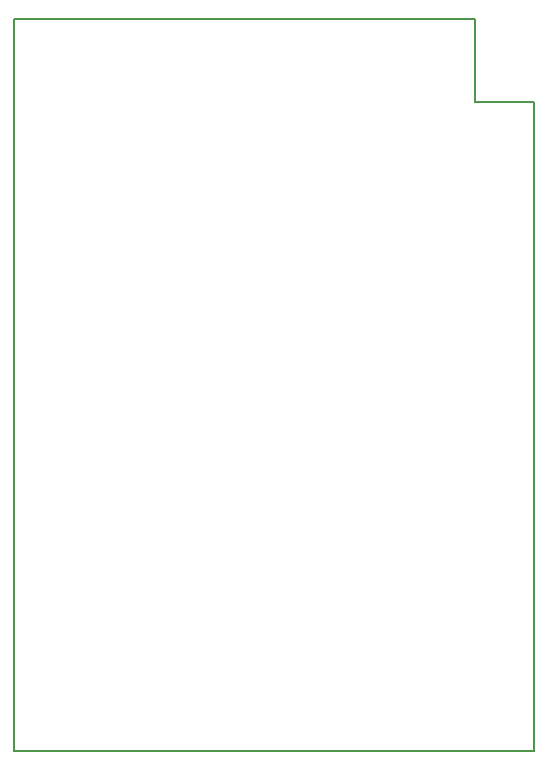
<source format=gbr>
G04 PROTEUS GERBER X2 FILE*
%TF.GenerationSoftware,Labcenter,Proteus,8.12-SP0-Build30713*%
%TF.CreationDate,2023-07-17T11:58:22+00:00*%
%TF.FileFunction,NonPlated,1,2,NPTH*%
%TF.FilePolarity,Positive*%
%TF.Part,Single*%
%TF.SameCoordinates,{929d0d33-b1dc-492e-9cfe-804fc5f4831e}*%
%FSLAX45Y45*%
%MOMM*%
G01*
%TA.AperFunction,Profile*%
%ADD20C,0.203200*%
%TD.AperFunction*%
D20*
X+0Y+0D02*
X+0Y+6200000D01*
X+3900000Y+6200000D01*
X+3900000Y+5500000D01*
X+4400000Y+5500000D01*
X+4400000Y+0D01*
X+0Y+0D02*
X+4400000Y+0D01*
M02*

</source>
